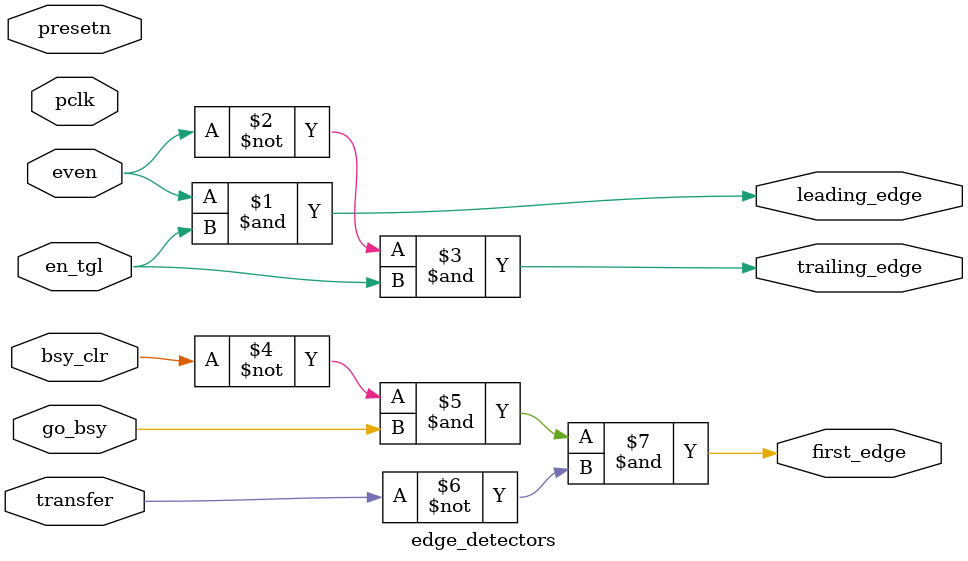
<source format=sv>
module edge_detectors(
  
    input logic pclk,
    input logic presetn,
    input logic transfer,
    input logic en_tgl,
    input logic go_bsy,
    input logic even,
    input logic bsy_clr,
    
    output logic leading_edge,
    output logic trailing_edge,
    output logic first_edge 
    
);

  assign leading_edge  = even & en_tgl;
  assign trailing_edge = (~even) & en_tgl;
  assign first_edge    = (~bsy_clr) & go_bsy & (~transfer); ///

endmodule    
</source>
